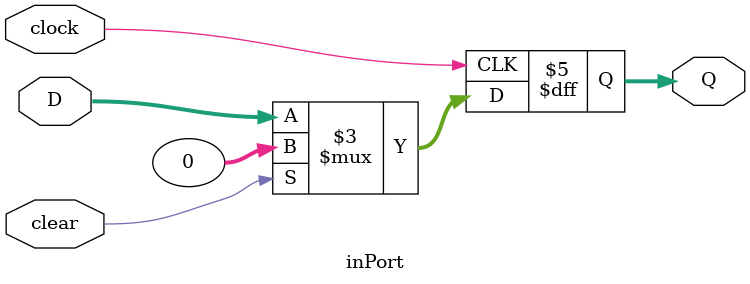
<source format=v>
module OutPort (
	input wire clear,
	input wire clock,
	input wire enable,
	input wire [31:0] D,
	output wire [31:0] Q
	);
	
	always @ (posedge clock) begin
	
		if (clear)
			Q <= 0;		
		else if (enable != 0)
			Q <= 0;
		else 
			Q <= D;
	
	end
endmodule


module inPort (
	input wire clear,
	input wire clock,
	input wire [31:0] D,
	output wire [31:0] Q
	);
	
	always @ (posedge clock) begin
	
		if (clear)
			Q <= 0;	
		else 
			Q <= D;
	
	end
endmodule

</source>
